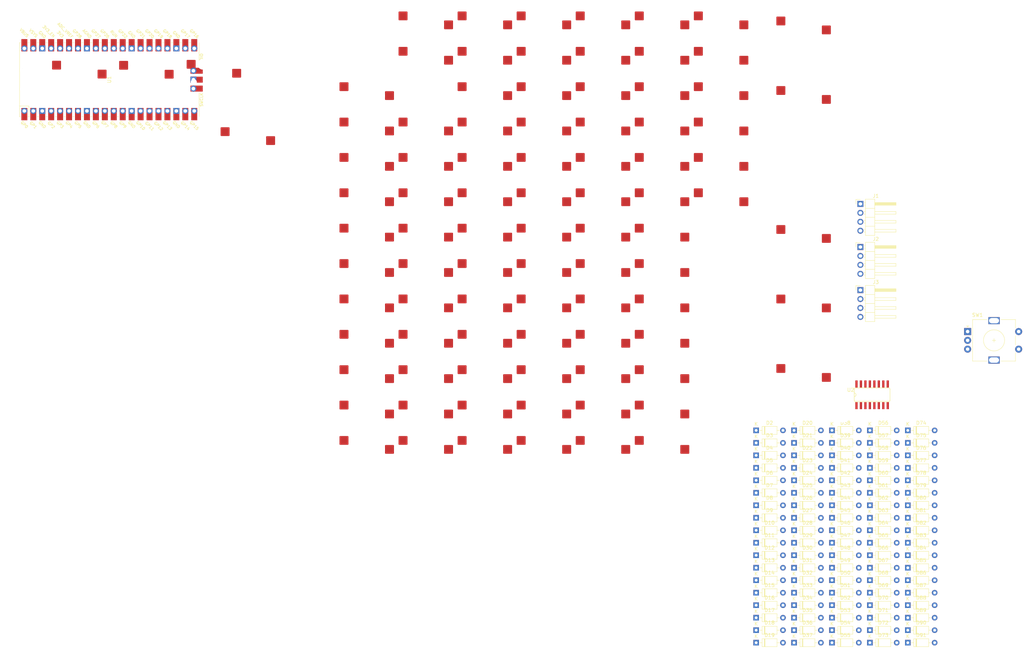
<source format=kicad_pcb>
(kicad_pcb (version 20241129) (generator "pcbnew") (generator_version "8.99")
  (layers (0 "F.Cu" signal) (2 "B.Cu" signal) (13 "F.Paste" user) (15 "B.Paste" user) (5 "F.SilkS" user "F.Silkscreen") (7 "B.SilkS" user "B.Silkscreen") (1 "F.Mask" user) (3 "B.Mask" user) (25 "Edge.Cuts" user))
  (net 0 "")
  (net 1 "Net-(D2-A)")
  (net 2 "Net-(D10-K)")
  (net 3 "Net-(D3-A)")
  (net 4 "Net-(D4-A)")
  (net 5 "Net-(D5-A)")
  (net 6 "Net-(D6-A)")
  (net 7 "Net-(D7-A)")
  (net 8 "Net-(D8-A)")
  (net 9 "Net-(D9-A)")
  (net 10 "Net-(D10-A)")
  (net 11 "Net-(D11-A)")
  (net 12 "Net-(D12-A)")
  (net 13 "Net-(D13-A)")
  (net 14 "Net-(D14-A)")
  (net 15 "Net-(D15-A)")
  (net 16 "Net-(D16-A)")
  (net 17 "Net-(D17-K)")
  (net 18 "Net-(D17-A)")
  (net 19 "Net-(D18-A)")
  (net 20 "Net-(D19-A)")
  (net 21 "Net-(D20-A)")
  (net 22 "Net-(D21-A)")
  (net 23 "Net-(D22-A)")
  (net 24 "Net-(D23-A)")
  (net 25 "Net-(D24-A)")
  (net 26 "Net-(D25-A)")
  (net 27 "Net-(D26-A)")
  (net 28 "Net-(D27-A)")
  (net 29 "Net-(D28-A)")
  (net 30 "Net-(D29-A)")
  (net 31 "Net-(D30-A)")
  (net 32 "Net-(D32-K)")
  (net 33 "Net-(D32-A)")
  (net 34 "Net-(D33-A)")
  (net 35 "Net-(D34-A)")
  (net 36 "Net-(D35-A)")
  (net 37 "Net-(D36-A)")
  (net 38 "Net-(D37-A)")
  (net 39 "Net-(D38-A)")
  (net 40 "Net-(D39-A)")
  (net 41 "Net-(D40-A)")
  (net 42 "Net-(D41-A)")
  (net 43 "Net-(D42-A)")
  (net 44 "Net-(D43-A)")
  (net 45 "Net-(D44-A)")
  (net 46 "Net-(D45-A)")
  (net 47 "Net-(D47-K)")
  (net 48 "Net-(D47-A)")
  (net 49 "Net-(D48-A)")
  (net 50 "Net-(D49-A)")
  (net 51 "Net-(D50-A)")
  (net 52 "Net-(D51-A)")
  (net 53 "Net-(D52-A)")
  (net 54 "Net-(D53-A)")
  (net 55 "Net-(D54-A)")
  (net 56 "Net-(D55-A)")
  (net 57 "Net-(D56-A)")
  (net 58 "Net-(D57-A)")
  (net 59 "Net-(D58-A)")
  (net 60 "Net-(D59-A)")
  (net 61 "Net-(D60-A)")
  (net 62 "Net-(D62-A)")
  (net 63 "Net-(D62-K)")
  (net 64 "Net-(D63-A)")
  (net 65 "Net-(D64-A)")
  (net 66 "Net-(D65-A)")
  (net 67 "Net-(D66-A)")
  (net 68 "Net-(D67-A)")
  (net 69 "Net-(D68-A)")
  (net 70 "Net-(D69-A)")
  (net 71 "Net-(D70-A)")
  (net 72 "Net-(D71-A)")
  (net 73 "Net-(D72-A)")
  (net 74 "Net-(D73-A)")
  (net 75 "Net-(D74-A)")
  (net 76 "Net-(D75-A)")
  (net 77 "Net-(D77-K)")
  (net 78 "Net-(D77-A)")
  (net 79 "Net-(D78-A)")
  (net 80 "Net-(D79-A)")
  (net 81 "Net-(D80-A)")
  (net 82 "Net-(D81-A)")
  (net 83 "Net-(D82-A)")
  (net 84 "Net-(D83-A)")
  (net 85 "Net-(D84-A)")
  (net 86 "Net-(D85-A)")
  (net 87 "Net-(D86-A)")
  (net 88 "Net-(D87-A)")
  (net 89 "Net-(D88-A)")
  (net 90 "Net-(D89-A)")
  (net 91 "Net-(D90-A)")
  (net 92 "Net-(ENCODER1-Pad1)")
  (net 93 "VCC")
  (net 94 "SCL")
  (net 95 "SDA")
  (net 96 "GND")
  (net 104 "Net-(N/A1-Pad1)")
  (net 105 "Net-(N/A2-Pad1)")
  (net 106 "Net-(N/A3-Pad1)")
  (net 107 "Net-(N/A10-Pad1)")
  (net 108 "EC11SWA")
  (net 111 "EC11SWB")
  (net 113 "Net-(SW17-Pad2)")
  (net 114 "Net-(SW18-Pad2)")
  (net 115 "Net-(SW19-Pad2)")
  (net 116 "Net-(SW20-Pad2)")
  (net 117 "Net-(SW21-Pad2)")
  (net 118 "Net-(SW22-Pad2)")
  (net 119 "Net-(SW23-Pad2)")
  (net 120 "Net-(SW24-Pad1)")
  (net 121 "Net-(SW10-Pad1)")
  (net 122 "Net-(SW11-Pad1)")
  (footprint "Diode_THT:D_DO-35_SOD27_P7.62mm_Horizontal" (layer "F.Cu") (at 325.2565 162.2923)
    (property "Reference" "D82")
    (property "Value" "1N4148")
  )
  (footprint "MX_Hotswap:MX-Hotswap-1U" (layer "F.Cu") (at 221.266 51.313)
    (property "Reference" "SW41")
    (property "Value" "SW_Push")
  )
  (footprint "MX_Hotswap:MX-Hotswap-1U" (layer "F.Cu") (at 221.266 101.6)
    (property "Reference" "SW47")
    (property "Value" "SW_Push")
  )
  (footprint "MX_Hotswap:MX-Hotswap-1U" (layer "F.Cu") (at 204.489 131.7722)
    (property "Reference" "SW36")
    (property "Value" "SW_Push")
  )
  (footprint "Diode_THT:D_DO-35_SOD27_P7.62mm_Horizontal" (layer "F.Cu") (at 282.1765 172.9423)
    (property "Reference" "D13")
    (property "Value" "1N4148")
  )
  (footprint "Diode_THT:D_DO-35_SOD27_P7.62mm_Horizontal" (layer "F.Cu") (at 303.7165 148.0923)
    (property "Reference" "D42")
    (property "Value" "1N4148")
  )
  (footprint "Diode_THT:D_DO-35_SOD27_P7.62mm_Horizontal" (layer "F.Cu") (at 314.4865 183.5923)
    (property "Reference" "D70")
    (property "Value" "1N4148")
  )
  (footprint "MX_Hotswap:MX-Hotswap-1U" (layer "F.Cu") (at 271.597 71.4278)
    (property "Reference" "SW86")
    (property "Value" "SW_Push")
  )
  (footprint "Diode_THT:D_DO-35_SOD27_P7.62mm_Horizontal" (layer "F.Cu") (at 314.4865 144.5423)
    (property "Reference" "D59")
    (property "Value" "1N4148")
  )
  (footprint "MX_Hotswap:MX-Hotswap-1U" (layer "F.Cu") (at 187.712 141.8296)
    (property "Reference" "SW22")
    (property "Value" "SW_Push")
  )
  (footprint "Rotary_Encoder:RotaryEncoder_Alps_EC11E-Switch_Vertical_H20mm" (layer "F.Cu") (at 342.25 105.8)
    (property "Reference" "SW1")
    (property "Value" "RotaryEncoder_Switch")
  )
  (footprint "Diode_THT:D_DO-35_SOD27_P7.62mm_Horizontal" (layer "F.Cu") (at 314.4865 180.0423)
    (property "Reference" "D69")
    (property "Value" "1N4148")
  )
  (footprint "MX_Hotswap:MX-Hotswap-1U" (layer "F.Cu") (at 221.266 131.7722)
    (property "Reference" "SW50")
    (property "Value" "SW_Push")
  )
  (footprint "Diode_THT:D_DO-35_SOD27_P7.62mm_Horizontal" (layer "F.Cu") (at 325.2565 144.5423)
    (property "Reference" "D77")
    (property "Value" "1N4148")
  )
  (footprint "Diode_THT:D_DO-35_SOD27_P7.62mm_Horizontal" (layer "F.Cu") (at 325.2565 148.0923)
    (property "Reference" "D78")
    (property "Value" "1N4148")
  )
  (footprint "Diode_THT:D_DO-35_SOD27_P7.62mm_Horizontal" (layer "F.Cu") (at 314.4865 155.1923)
    (property "Reference" "D62")
    (property "Value" "1N4148")
  )
  (footprint "Connector_PinHeader_2.54mm:PinHeader_1x04_P2.54mm_Horizontal" (layer "F.Cu") (at 311.7865 81.7623)
    (property "Reference" "J2")
    (property "Value" "POGO_PIN")
  )
  (footprint "MX_Hotswap:MX-Hotswap-1U" (layer "F.Cu") (at 204.489 51.313)
    (property "Reference" "SW26")
    (property "Value" "SW_Push")
  )
  (footprint "Diode_THT:D_DO-35_SOD27_P7.62mm_Horizontal" (layer "F.Cu") (at 314.4865 158.7423)
    (property "Reference" "D63")
    (property "Value" "1N4148")
  )
  (footprint "Connector_PinHeader_2.54mm:PinHeader_1x04_P2.54mm_Horizontal" (layer "F.Cu") (at 311.7865 94.0123)
    (property "Reference" "J3")
    (property "Value" "USB_BREAKOUT_PICO")
  )
  (footprint "Diode_THT:D_DO-35_SOD27_P7.62mm_Horizontal" (layer "F.Cu") (at 292.9465 176.4923)
    (property "Reference" "D32")
    (property "Value" "1N4148")
  )
  (footprint "MX_Hotswap:MX-Hotswap-1U" (layer "F.Cu") (at 238.043 91.5426)
    (property "Reference" "SW59")
    (property "Value" "SW_Push")
  )
  (footprint "MX_Hotswap:MX-Hotswap-1U" (layer "F.Cu") (at 89.29 35.14)
    (property "Reference" "N/A1")
    (property "Value" "SW_Push")
  )
  (footprint "Diode_THT:D_DO-35_SOD27_P7.62mm_Horizontal" (layer "F.Cu") (at 282.1765 137.4423)
    (property "Reference" "D3")
    (property "Value" "1N4148")
  )
  (footprint "Diode_THT:D_DO-35_SOD27_P7.62mm_Horizontal" (layer "F.Cu") (at 325.2565 155.1923)
    (property "Reference" "D80")
    (property "Value" "1N4148")
  )
  (footprint "MX_Hotswap:MX-Hotswap-1U" (layer "F.Cu") (at 221.266 111.6574)
    (property "Reference" "SW48")
    (property "Value" "SW_Push")
  )
  (footprint "MX_Hotswap:MX-Hotswap-1U" (layer "F.Cu") (at 238.043 131.7722)
    (property "Reference" "SW64")
    (property "Value" "SW_Push")
  )
  (footprint "Diode_THT:D_DO-35_SOD27_P7.62mm_Horizontal" (layer "F.Cu") (at 292.9465 137.4423)
    (property "Reference" "D21")
    (property "Value" "1N4148")
  )
  (footprint "MX_Hotswap:MX-Hotswap-1U" (layer "F.Cu") (at 254.82 71.4278)
    (property "Reference" "SW71")
    (property "Value" "SW_Push")
  )
  (footprint "Diode_THT:D_DO-35_SOD27_P7.62mm_Horizontal" (layer "F.Cu") (at 314.4865 137.4423)
    (property "Reference" "D57")
    (property "Value" "1N4148")
  )
  (footprint "Diode_THT:D_DO-35_SOD27_P7.62mm_Horizontal" (layer "F.Cu") (at 292.9465 144.5423)
    (property "Reference" "D23")
    (property "Value" "1N4148")
  )
  (footprint "MX_Hotswap:MX-Hotswap-1U" (layer "F.Cu") (at 254.82 91.5426)
    (property "Reference" "SW73")
    (property "Value" "SW_Push")
  )
  (footprint "Diode_THT:D_DO-35_SOD27_P7.62mm_Horizontal" (layer "F.Cu") (at 303.7165 190.6923)
    (property "Reference" "D54")
    (property "Value" "1N4148")
  )
  (footprint "MX_Hotswap:MX-Hotswap-1U" (layer "F.Cu") (at 221.266 21.1408)
    (property "Reference" "SW38")
    (property "Value" "SW_Push")
  )
  (footprint "Diode_THT:D_DO-35_SOD27_P7.62mm_Horizontal" (layer "F.Cu") (at 282.1765 151.6423)
    (property "Reference" "D7")
    (property "Value" "1N4148")
  )
  (footprint "MX_Hotswap:MX-Hotswap-1U" (layer "F.Cu") (at 221.266 41.2556)
    (property "Reference" "SW40")
    (property "Value" "SW_Push")
  )
  (footprint "MX_Hotswap:MX-Hotswap-1U" (layer "F.Cu") (at 204.489 81.4852)
    (property "Reference" "SW29")
    (property "Value" "SW_Push")
  )
  (footprint "Diode_THT:D_DO-35_SOD27_P7.62mm_Horizontal" (layer "F.Cu") (at 282.1765 133.8923)
    (property "Reference" "D2")
    (property "Value" "1N4148")
  )
  (footprint "Diode_THT:D_DO-35_SOD27_P7.62mm_Horizontal" (layer "F.Cu") (at 292.9465 140.9923)
    (property "Reference" "D22")
    (property "Value" "1N4148")
  )
  (footprint "MX_Hotswap:MX-Hotswap-1U" (layer "F.Cu") (at 170.935 131.7722)
    (property "Reference" "SW6")
    (property "Value" "SW_Push")
  )
  (footprint "Diode_THT:D_DO-35_SOD27_P7.62mm_Horizontal" (layer "F.Cu") (at 325.2565 183.5923)
    (property "Reference" "D88")
    (property "Value" "1N4148")
  )
  (footprint "Diode_THT:D_DO-35_SOD27_P7.62mm_Horizontal" (layer "F.Cu") (at 325.2565 190.6923)
    (property "Reference" "D90")
    (property "Value" "1N4148")
  )
  (footprint "Diode_THT:D_DO-35_SOD27_P7.62mm_Horizontal" (layer "F.Cu") (at 292.9465 133.8923)
    (property "Reference" "D20")
    (property "Value" "1N4148")
  )
  (footprint "Diode_THT:D_DO-35_SOD27_P7.62mm_Horizontal" (layer "F.Cu") (at 314.4865 162.2923)
    (property "Reference" "D64")
    (property "Value" "1N4148")
  )
  (footprint "MX_Hotswap:MX-Hotswap-1U" (layer "F.Cu") (at 238.043 71.4278)
    (property "Reference" "SW57")
    (property "Value" "SW_Push")
  )
  (footprint "Diode_THT:D_DO-35_SOD27_P7.62mm_Horizontal" (layer "F.Cu") (at 325.2565 169.3923)
    (property "Reference" "D84")
    (property "Value" "1N4148")
  )
  (footprint "Diode_THT:D_DO-35_SOD27_P7.62mm_Horizontal" (layer "F.Cu") (at 282.1765 169.3923)
    (property "Reference" "D12")
    (property "Value" "1N4148")
  )
  (footprint "Diode_THT:D_DO-35_SOD27_P7.62mm_Horizontal" (layer "F.Cu") (at 292.9465 194.2423)
    (property "Reference" "D37")
    (property "Value" "1N4148")
  )
  (footprint "Diode_THT:D_DO-35_SOD27_P7.62mm_Horizontal" (layer "F.Cu") (at 282.1765 140.9923)
    (property "Reference" "D4")
    (property "Value" "1N4148")
  )
  (footprint "Diode_THT:D_DO-35_SOD27_P7.62mm_Horizontal" (layer "F.Cu") (at 325.2565 137.4423)
    (property "Reference" "D75")
    (property "Value" "1N4148")
  )
  (footprint "Diode_THT:D_DO-35_SOD27_P7.62mm_Horizontal" (layer "F.Cu") (at 314.4865 176.4923)
    (property "Reference" "D68")
    (property "Value" "1N4148")
  )
  (footprint "MX_Hotswap:MX-Hotswap-1U" (layer "F.Cu") (at 238.043 81.4852)
    (property "Reference" "SW58")
    (property "Value" "SW_Push")
  )
  (footprint "Diode_THT:D_DO-35_SOD27_P7.62mm_Horizontal" (layer "F.Cu") (at 303.7165 151.6423)
    (property "Reference" "D43")
    (property "Value" "1N4148")
  )
  (footprint "Diode_THT:D_DO-35_SOD27_P7.62mm_Horizontal" (layer "F.Cu") (at 282.1765 155.1923)
    (property "Reference" "D8")
    (property "Value" "1N4148")
  )
  (footprint "Diode_THT:D_DO-35_SOD27_P7.62mm_Horizontal" (layer "F.Cu") (at 325.2565 165.8423)
    (property "Reference" "D83")
    (property "Value" "1N4148")
  )
  (footprint "MX_Hotswap:MX-Hotswap-1U" (layer "F.Cu") (at 254.82 101.6)
    (property "Reference" "SW74")
    (property "Value" "SW_Push")
  )
  (footprint "MX_Hotswap:MX-Hotswap-1U" (layer "F.Cu") (at 187.712 131.7722)
    (property "Reference" "SW21")
    (property "Value" "SW_Push")
  )
  (footprint "MX_Hotswap:MX-Hotswap-1U" (layer "F.Cu") (at 221.266 71.4278)
    (property "Reference" "SW43")
    (property "Value" "SW_Push")
  )
  (footprint "Diode_THT:D_DO-35_SOD27_P7.62mm_Horizontal" (layer "F.Cu") (at 282.1765 148.0923)
    (property "Reference" "D6")
    (property "Value" "1N4148")
  )
  (footprint "MX_Hotswap:MX-Hotswap-1U" (layer "F.Cu") (at 204.489 21.1408)
    (property "Reference" "SW23")
    (property "Value" "SW_Push")
  )
  (footprint "Diode_THT:D_DO-35_SOD27_P7.62mm_Horizontal" (layer "F.Cu") (at 303.7165 176.4923)
    (property "Reference" "D50")
    (property "Value" "1N4148")
  )
  (footprint "MX_Hotswap:MX-Hotswap-1U" (layer "F.Cu") (at 170.935 81.4852)
    (property "Reference" "N/A6")
    (property "Value" "SW_Push")
  )
  (footprint "Diode_THT:D_DO-35_SOD27_P7.62mm_Horizontal" (layer "F.Cu") (at 282.1765 162.2923)
    (property "Reference" "D10")
    (property "Value" "1N4148")
  )
  (footprint "MX_Hotswap:MX-Hotswap-1U" (layer "F.Cu") (at 170.935 61.3704)
    (property "Reference" "N/A4")
    (property "Value" "SW_Push")
  )
  (footprint "Diode_THT:D_DO-35_SOD27_P7.62mm_Horizontal" (layer "F.Cu") (at 314.4865 187.1423)
    (property "Reference" "D71")
    (property "Value" "1N4148")
  )
  (footprint "MX_Hotswap:MX-Hotswap-1U" (layer "F.Cu") (at 204.489 101.6)
    (property "Reference" "SW33")
    (property "Value" "SW_Push")
  )
  (footprint "MX_Hotswap:MX-Hotswap-1U" (layer "F.Cu") (at 238.043 121.7148)
    (property "Reference" "SW63")
    (property "Value" "SW_Push")
  )
  (footprint "SL2A:SO16" (layer "F.Cu") (at 315.1177 123.7767)
    (property "Reference" "U2")
    (property "Value" "SL2.1A")
  )
  (footprint "Diode_THT:D_DO-35_SOD27_P7.62mm_Horizontal" (layer "F.Cu") (at 314.4865 194.2423)
    (property "Reference" "D73")
    (property "Value" "1N4148")
  )
  (footprint "MX_Hotswap:MX-Hotswap-1U" (layer "F.Cu") (at 271.597 31.1982)
    (property "Reference" "SW82")
    (property "Value" "SW_Push")
  )
  (footprint "Diode_THT:D_DO-35_SOD27_P7.62mm_Horizontal" (layer "F.Cu") (at 282.1765 176.4923)
    (property "Reference" "D14")
    (property "Value" "1N4148")
  )
  (footprint "MX_Hotswap:MX-Hotswap-1U" (layer "F.Cu") (at 170.935 111.6574)
    (property "Reference" "SW4")
    (property "Value" "SW_Push")
  )
  (footprint "Diode_THT:D_DO-35_SOD27_P7.62mm_Horizontal" (layer "F.Cu") (at 303.7165 162.2923)
    (property "Reference" "D46")
    (property "Value" "1N4148")
  )
  (footprint "Diode_THT:D_DO-35_SOD27_P7.62mm_Horizontal" (layer "F.Cu") (at 325.2565 187.1423)
    (property "Reference" "D89")
    (property "Value" "1N4148")
  )
  (footprint "MX_Hotswap:MX-Hotswap-1U" (layer "F.Cu") (at 204.489 61.3704)
    (property "Reference" "SW27")
    (property "Value" "SW_Push")
  )
  (footprint "MX_Hotswap:MX-Hotswap-1U" (layer "F.Cu") (at 204.489 31.1982)
    (property "Reference" "SW24")
    (property "Value" "SW_Push")
  )
  (footprint "MX_Hotswap:MX-Hotswap-1U" (layer "F.Cu") (at 204.489 141.8296)
    (property "Reference" "SW37")
    (property "Value" "SW_Push")
  )
  (footprint "Diode_THT:D_DO-35_SOD27_P7.62mm_Horizontal" (layer "F.Cu") (at 325.2565 140.9923)
    (property "Reference" "D76")
    (property "Value" "1N4148")
  )
  (footprint "Diode_THT:D_DO-35_SOD27_P7.62mm_Horizontal" (layer "F.Cu") (at 282.1765 180.0423)
    (property "Reference" "D15")
    (property "Value" "1N4148")
  )
  (footprint "Connector_PinHeader_2.54mm:PinHeader_1x04_P2.54mm_Horizontal" (layer "F.Cu") (at 311.7865 69.5123)
    (property "Reference" "J1")
    (property "Value" "SSD1306")
  )
  (footprint "MX_Hotswap:MX-Hotswap-2U" (layer "F.Cu") (at 137.162 54.045)
    (property "Reference" "N/A9")
    (property "Value" "SW_Push")
  )
  (footprint "MX_Hotswap:MX-Hotswap-1U" (layer "F.Cu") (at 221.266 81.4852)
    (property "Reference" "SW44")
    (property "Value" "SW_Push")
  )
  (footprint "Diode_THT:D_DO-35_SOD27_P7.62mm_Horizontal" (layer "F.Cu") (at 303.7165 155.1923)
    (property "Reference" "D44")
    (property "Value" "1N4148")
  )
  (footprint "Diode_THT:D_DO-35_SOD27_P7.62mm_Horizontal" (layer "F.Cu") (at 314.4865 165.8423)
    (property "Reference" "D65")
    (property "Value" "1N4148")
  )
  (footprint "Diode_THT:D_DO-35_SOD27_P7.62mm_Horizontal" (layer "F.Cu") (at 292.9465 155.1923)
    (property "Reference" "D26")
    (property "Value" "1N4148")
  )
  (footprint "MX_Hotswap:MX-Hotswap-1U" (layer "F.Cu") (at 254.82 121.7148)
    (property "Reference" "SW78")
    (property "Value" "SW_Push")
  )
  (footprint "Diode_THT:D_DO-35_SOD27_P7.62mm_Horizontal" (layer "F.Cu") (at 282.1765 194.2423)
    (property "Reference" "D19")
    (property "Value" "1N4148")
  )
  (footprint "Diode_THT:D_DO-35_SOD27_P7.62mm_Horizontal" (layer "F.Cu") (at 292.9465 180.0423)
    (property "Reference" "D33")
    (property "Value" "1N4148")
  )
  (footprint "MX_Hotswap:MX-Hotswap-1U" (layer "F.Cu") (at 204.489 121.7148)
    (property "Reference" "SW35")
    (property "Value" "SW_Push")
  )
  (footprint "MX_Hotswap:MX-Hotswap-1U" (layer "F.Cu") (at 108.34 35.18)
    (property "Reference" "ENCODER1")
    (property "Value" "SW_Push")
  )
  (footprint "Diode_THT:D_DO-35_SOD27_P7.62mm_Horizontal" (layer "F.Cu") (at 292.9465 165.8423)
    (property "Reference" "D29")
    (property "Value" "1N4148")
  )
  (footprint "MX_Hotswap:MX-Hotswap-1U" (layer "F.Cu") (at 204.489 41.2556)
    (property "Reference" "SW25")
    (property "Value" "SW_Push")
  )
  (footprint "MX_Hotswap:MX-Hotswap-1U" (layer "F.Cu") (at 170.935 101.6)
    (property "Reference" "SW3")
    (property "Value" "SW_Push")
  )
  (footprint "Diode_THT:D_DO-35_SOD27_P7.62mm_Horizontal" (layer "F.Cu") (at 303.7165 187.1423)
    (property "Reference" "D53")
    (property "Value" "1N4148")
  )
  (footprint "MX_Hotswap:MX-Hotswap-1U" (layer "F.Cu") (at 238.043 61.3704)
    (property "Reference" "SW56")
    (property "Value" "SW_Push")
  )
  (footprint "MX_Hotswap:MX-Hotswap-1U" (layer "F.Cu") (at 254.82 21.1408)
    (property "Reference" "SW66")
    (property "Value" "SW_Push")
  )
  (footprint "Diode_THT:D_DO-35_SOD27_P7.62mm_Horizontal" (layer "F.Cu") (at 292.9465 162.2923)
    (property "Reference" "D28")
    (property "Value" "1N4148")
  )
  (footprint "MX_Hotswap:MX-Hotswap-1U" (layer "F.Cu") (at 238.043 111.6574)
    (property "Reference" "SW62")
    (property "Value" "SW_Push")
  )
  (footprint "MX_Hotswap:MX-Hotswap-1U" (layer "F.Cu") (at 170.935 41.2556)
    (property "Reference" "N/A2")
    (property "Value" "SW_Push")
  )
  (footprint "Diode_THT:D_DO-35_SOD27_P7.62mm_Horizontal" (layer "F.Cu") (at 292.9465 183.5923)
    (property "Reference" "D34")
    (property "Value" "1N4148")
  )
  (footprint "Diode_THT:D_DO-35_SOD27_P7.62mm_Horizontal" (layer "F.Cu") (at 325.2565 172.9423)
    (property "Reference" "D85")
    (property "Value" "1N4148")
  )
  (footprint "MX_Hotswap:MX-Hotswap-1U" (layer "F.Cu") (at 221.266 31.1982)
    (property "Reference" "SW39")
    (property "Value" "SW_Push")
  )
  (footprint "MX_Hotswap:MX-Hotswap-1U" (layer "F.Cu") (at 187.712 61.3704)
    (property "Reference" "SW12")
    (property "Value" "SW_Push")
  )
  (footprint "Diode_THT:D_DO-35_SOD27_P7.62mm_Horizontal" (layer "F.Cu") (at 282.1765 165.8423)
    (property "Reference" "D11")
    (property "Value" "1N4148")
  )
  (footprint "MX_Hotswap:MX-Hotswap-1U" (layer "F.Cu") (at 187.712 91.5426)
    (property "Reference" "SW17")
    (property "Value" "SW_Push")
  )
  (footprint "Diode_THT:D_DO-35_SOD27_P7.62mm_Horizontal" (layer "F.Cu") (at 325.2565 180.0423)
    (property "Reference" "D87")
    (property "Value" "1N4148")
  )
  (footprint "MX_Hotswap:MX-Hotswap-1U" (layer "F.Cu") (at 238.043 21.1408)
    (property "Reference" "SW52")
    (property "Value" "SW_Push")
  )
  (footprint "MX_Hotswap:MX-Hotswap-1U" (layer "F.Cu") (at 254.82 141.8296)
    (property "Reference" "SW80")
    (property "Value" "SW_Push")
  )
  (footprint "Diode_THT:D_DO-35_SOD27_P7.62mm_Horizontal" (layer "F.Cu") (at 314.4865 169.3923)
    (property "Reference" "D66")
    (property "Value" "1N4148")
  )
  (footprint "Diode_THT:D_DO-35_SOD27_P7.62mm_Horizontal" (layer "F.Cu") (at 303.7165 194.2423)
    (property "Reference" "D55")
    (property "Value" "1N4148")
  )
  (footprint "MX_Hotswap:MX-Hotswap-1U" (layer "F.Cu") (at 187.712 101.6)
    (property "Reference" "SW18")
    (property "Value" "SW_Push")
  )
  (footprint "MX_Hotswap:MX-Hotswap-1U" (layer "F.Cu") (at 254.82 51.313)
    (property "Reference" "SW69")
    (property "Value" "SW_Push")
  )
  (footprint "Diode_THT:D_DO-35_SOD27_P7.62mm_Horizontal" (layer "F.Cu") (at 325.2565 158.7423)
    (property "Reference" "D81")
    (property "Value" "1N4148")
  )
  (footprint "MX_Hotswap:MX-Hotswap-1U" (layer "F.Cu") (at 187.712 31.1982)
    (property "Reference" "SW9")
    (property "Value" "SW_Push")
  )
  (footprint "Diode_THT:D_DO-35_SOD27_P7.62mm_Horizontal" (layer "F.Cu") (at 314.4865 190.6923)
    (property "Reference" "D72")
    (property "Value" "1N4148")
  )
  (footprint "MX_Hotswap:MX-Hotswap-1U" (layer "F.Cu") (at 187.712 81.4852)
    (property "Reference" "SW14")
    (property "Value" "SW_Push")
  )
  (footprint "MX_Hotswap:MX-Hotswap-2U" (layer "F.Cu") (at 295.0334 121.3758)
    (property "Reference" "SW61")
    (property "Value" "SW_Push")
  )
  (footprint "MX_Hotswap:MX-Hotswap-1U" (layer "F.Cu") (at 170.935 141.8296)
    (property "Reference" "SW7")
    (property "Value" "SW_Push")
  )
  (footprint "Diode_THT:D_DO-35_SOD27_P7.62mm_Horizontal" (layer "F.Cu") (at 325.2565 194.2423)
    (property "Reference" "D91")
    (property "Value" "1N4148")
  )
  (footprint "MX_Hotswap:MX-Hotswap-2U" (layer "F.Cu") (at 295.0334 42.3442)
    (property "Reference" "N/A8")
    (property "Value" "SW_Push")
  )
  (footprint "MX_Hotswap:MX-Hotswap-1U" (layer "F.Cu") (at 204.489 71.4278)
    (property "Reference" "SW28")
    (property "Value" "SW_Push")
  )
  (footprint "Diode_THT:D_DO-35_SOD27_P7.62mm_Horizontal" (layer "F.Cu") (at 292.9465 187.1423)
    (property "Reference" "D35")
    (property "Value" "1N4148")
  )
  (footprint "MX_Hotswap:MX-Hotswap-1U" (layer "F.Cu") (at 170.935 71.4278)
    (property "Reference" "N/A5")
    (property "Value" "SW_Push")
  )
  (footprint "Pico:RPi_Pico_SMD_TH" (layer "F.Cu") (at 98.43 34.19 90)
    (property "Reference" "U1")
    (property "Value" "Pico")
  )
  (footprint "MX_Hotswap:MX-Hotswap-2U" (layer "F.Cu") (at 295.0334 101.6179)
    (property "Reference" "SW46")
    (property "Value" "SW_Push")
  )
  (footprint "Diode_THT:D_DO-35_SOD27_P7.62mm_Horizontal" (layer "F.Cu") (at 303.7165 165.8423)
    (property "Reference" "D47")
    (property "Value" "1N4148")
  )
  (footprint "MX_Hotswap:MX-Hotswap-1U" (layer "F.Cu") (at 170.935 91.5426)
    (property "Reference" "SW2")
    (property "Value" "SW_Push")
  )
  (footprint "Diode_THT:D_DO-35_SOD27_P7.62mm_Horizontal" (layer "F.Cu") (at 292.9465 190.6923)
    (property "Reference" "D36")
    (property "Value" "1N4148")
  )
  (footprint "MX_Hotswap:MX-Hotswap-2U" (layer "F.Cu") (at 295.0334 81.86)
    (property "Reference" "N/A10")
    (property "Value" "SW_Push")
  )
  (footprint "Diode_THT:D_DO-35_SOD27_P7.62mm_Horizontal" (layer "F.Cu") (at 303.7165 158.7423)
    (property "Reference" "D45")
    (property "Value" "1N4148")
  )
  (footprint "MX_Hotswap:MX-Hotswap-1U" (layer "F.Cu") (at 271.597 51.313)
    (property "Reference" "SW84")
    (property "Value" "SW_Push")
  )
  (footprint "MX_Hotswap:MX-Hotswap-1U" (layer "F.Cu") (at 254.82 31.1982)
    (property "Reference" "SW67")
    (property "Value" "SW_Push")
  )
  (footprint "MX_Hotswap:MX-Hotswap-1U" (layer "F.Cu") (at 254.82 81.4852)
    (property "Reference" "SW72")
    (property "Value" "SW_Push")
  )
  (footprint "MX_Hotswap:MX-Hotswap-1U" (layer "F.Cu") (at 238.043 51.313)
    (property "Reference" "SW55")
    (property "Value" "SW_Push")
  )
  (footprint "MX_Hotswap:MX-Hotswap-1U" (layer "F.Cu") (at 271.597 41.2556)
    (property "Reference" "SW83")
    (property "Value" "SW_Push")
  )
  (footprint "Diode_THT:D_DO-35_SOD27_P7.62mm_Horizontal" (layer "F.Cu") (at 325.2565 176.4923)
    (property "Reference" "D86")
    (property "Value" "1N4148")
  )
  (footprint "MX_Hotswap:MX-Hotswap-1U" (layer "F.Cu") (at 127.52 34.9)
    (property "Reference" "SW10")
    (property "Value" "SW_Push")
  )
  (footprint "Diode_THT:D_DO-35_SOD27_P7.62mm_Horizontal" (layer "F.Cu") (at 282.1765 183.5923)
    (property "Reference" "D16")
    (property "Value" "1N4148")
  )
  (footprint "Diode_THT:D_DO-35_SOD27_P7.62mm_Horizontal" (layer "F.Cu") (at 314.4865 140.9923)
    (property "Reference" "D58")
    (property "Value" "1N4148")
  )
  (footprint "MX_Hotswap:MX-Hotswap-1U" (layer "F.Cu") (at 238.043 101.6)
    (property "Reference" "SW60")
    (property "Value" "SW_Push")
  )
  (footprint "MX_Hotswap:MX-Hotswap-2U" (layer "F.Cu") (at 295.0334 22.5863)
    (property "Reference" "N/A7")
    (property "Value" "SW_Push")
  )
  (footprint "Diode_THT:D_DO-35_SOD27_P7.62mm_Horizontal" (layer "F.Cu") (at 303.7165 172.9423)
    (property "Reference" "D49")
    (property "Value" "1N4148")
  )
  (footprint "MX_Hotswap:MX-Hotswap-1U" (layer "F.Cu") (at 254.82 131.7722)
    (property "Reference" "SW79")
    (property "Value" "SW_Push")
  )
  (footprint "Diode_THT:D_DO-35_SOD27_P7.62mm_Horizontal" (layer "F.Cu") (at 282.1765 190.6923)
    (property "Reference" "D18")
    (property "Value" "1N4148")
  )
  (footprint "MX_Hotswap:MX-Hotswap-1U" (layer "F.Cu") (at 204.489 111.6574)
    (property "Reference" "SW34")
    (property "Value" "SW_Push")
  )
  (footprint "Diode_THT:D_DO-35_SOD27_P7.62mm_Horizontal" (layer "F.Cu") (at 292.9465 148.0923)
    (property "Reference" "D24")
    (property "Value" "1N4148")
  )
  (footprint "Diode_THT:D_DO-35_SOD27_P7.62mm_Horizontal" (layer "F.Cu") (at 303.7165 133.8923)
    (property "Reference" "D38")
    (property "Value" "1N4148")
  )
  (footprint "MX_Hotswap:MX-Hotswap-1U" (layer "F.Cu") (at 187.712 51.313)
    (property "Reference" "SW11")
    (property "Value" "SW_Push")
  )
  (footprint "Diode_THT:D_DO-35_SOD27_P7.62mm_Horizontal" (layer "F.Cu") (at 303.7165 180.0423)
    (property "Reference" "D51")
    (property "Value" "1N4148")
  )
  (footprint "Diode_THT:D_DO-35_SOD27_P7.62mm_Horizontal" (layer "F.Cu") (at 282.1765 144.5423)
    (property "Reference" "D5")
    (property "Value" "1N4148")
  )
  (footprint "MX_Hotswap:MX-Hotswap-1U" (layer "F.Cu") (at 271.597 21.1408)
    (property "Reference" "SW81")
    (property "Value" "SW_Push")
  )
  (footprint "Diode_THT:D_DO-35_SOD27_P7.62mm_Horizontal" (layer "F.Cu") (at 303.7165 140.9923)
    (property "Reference" "D40")
    (property "Value" "1N4148")
  )
  (footprint "Diode_THT:D_DO-35_SOD27_P7.62mm_Horizontal" (layer "F.Cu") (at 292.9465 151.6423)
    (property "Reference" "D25")
    (property "Value" "1N4148")
  )
  (footprint "MX_Hotswap:MX-Hotswap-1U" (layer "F.Cu") (at 187.712 121.7148)
    (property "Reference" "SW20")
    (property "Value" "SW_Push")
  )
  (footprint "MX_Hotswap:MX-Hotswap-1U" (layer "F.Cu") (at 187.712 21.1408)
    (property "Reference" "SW8")
    (property "Value" "SW_Push")
  )
  (footprint "Diode_THT:D_DO-35_SOD27_P7.62mm_Horizontal" (layer "F.Cu") (at 314.4865 148.0923)
    (property "Reference" "D60")
    (property "Value" "1N4148")
  )
  (footprint "MX_Hotswap:MX-Hotswap-1U" (layer "F.Cu") (at 221.266 61.3704)
    (property "Reference" "SW42")
    (property "Value" "SW_Push")
  )
  (footprint "MX_Hotswap:MX-Hotswap-1U" (layer "F.Cu") (at 271.597 61.3704)
    (property "Reference" "SW85")
    (property "Value" "SW_Push")
  )
  (footprint "MX_Hotswap:MX-Hotswap-1U" (layer "F.Cu") (at 170.935 51.313)
    (property "Reference" "N/A3")
    (property "Value" "SW_Push")
  )
  (footprint "MX_Hotswap:MX-Hotswap-1U" (layer "F.Cu") (at 254.82 61.3704)
    (property "Reference" "SW70")
    (property "Value" "SW_Push")
  )
  (footprint "MX_Hotswap:MX-Hotswap-1U" (layer "F.Cu") (at 204.489 91.5426)
    (property "Reference" "SW32")
    (property "Value" "SW_Push")
  )
  (footprint "Diode_THT:D_DO-35_SOD27_P7.62mm_Horizontal" (layer "F.Cu") (at 303.7165 144.5423)
    (property "Reference" "D41")
    (property "Value" "1N4148")
  )
  (footprint "MX_Hotswap:MX-Hotswap-1U" (layer "F.Cu") (at 221.266 141.8296)
    (property "Reference" "SW51")
    (property "Value" "SW_Push")
  )
  (footprint "MX_Hotswap:MX-Hotswap-1U" (layer "F.Cu") (at 187.712 71.4278)
    (property "Reference" "SW13")
    (property "Value" "SW_Push")
  )
  (footprint "MX_Hotswap:MX-Hotswap-1U" (layer "F.Cu") (at 238.043 141.8296)
    (property "Reference" "SW65")
    (property "Value" "SW_Push")
  )
  (footprint "Diode_THT:D_DO-35_SOD27_P7.62mm_Horizontal" (layer "F.Cu") (at 325.2565 151.6423)
    (property "Reference" "D79")
    (property "Value" "1N4148")
  )
  (footprint "Diode_THT:D_DO-35_SOD27_P7.62mm_Horizontal" (layer "F.Cu") (at 292.9465 172.9423)
    (property "Reference" "D31")
    (property "Value" "1N4148")
  )
  (footprint "MX_Hotswap:MX-Hotswap-1U" (layer "F.Cu") (at 254.82 41.2556)
    (property "Reference" "SW68")
    (property "Value" "SW_Push")
  )
  (footprint "Diode_THT:D_DO-35_SOD27_P7.62mm_Horizontal" (layer "F.Cu") (at 325.2565 133.8923)
    (property "Reference" "D74")
    (property "Value" "1N4148")
  )
  (footprint "Diode_THT:D_DO-35_SOD27_P7.62mm_Horizontal" (layer "F.Cu") (at 303.7165 183.5923)
    (property "Reference" "D52")
    (property "Value" "1N4148")
  )
  (footprint "MX_Hotswap:MX-Hotswap-1U" (layer "F.Cu") (at 238.043 31.1982)
    (property "Reference" "SW53")
    (property "Value" "SW_Push")
  )
  (footprint "MX_Hotswap:MX-Hotswap-1U" (layer "F.Cu") (at 221.266 121.7148)
    (property "Reference" "SW49")
    (property "Value" "SW_Push")
  )
  (footprint "Diode_THT:D_DO-35_SOD27_P7.62mm_Horizontal" (layer "F.Cu") (at 314.4865 172.9423)
    (property "Reference" "D67")
    (property "Value" "1N4148")
  )
  (footprint "Diode_THT:D_DO-35_SOD27_P7.62mm_Horizontal" (layer "F.Cu") (at 303.7165 169.3923)
    (property "Reference" "D48")
    (property "Value" "1N4148")
  )
  (footprint "Diode_THT:D_DO-35_SOD27_P7.62mm_Horizontal" (layer "F.Cu") (at 292.9465 158.7423)
    (property "Reference" "D27")
    (property "Value" "1N4148")
  )
  (footprint "MX_Hotswap:MX-Hotswap-1U" (layer "F.Cu") (at 221.266 91.5426)
    (property "Reference" "SW45")
    (property "Value" "SW_Push")
  )
  (footprint "Diode_THT:D_DO-35_SOD27_P7.62mm_Horizontal" (layer "F.Cu") (at 282.1765 158.7423)
    (property "Reference" "D9")
    (property "Value" "1N4148")
  )
  (footprint "MX_Hotswap:MX-Hotswap-1U" (layer "F.Cu") (at 170.935 121.7148)
    (property "Reference" "SW5")
    (property "Value" "SW_Push")
  )
  (footprint "MX_Hotswap:MX-Hotswap-1U" (layer "F.Cu") (at 254.82 111.6574)
    (property "Reference" "SW77")
    (property "Value" "SW_Push")
  )
  (footprint "Diode_THT:D_DO-35_SOD27_P7.62mm_Horizontal" (layer "F.Cu") (at 303.7165 137.4423)
    (property "Reference" "D39")
    (property "Value" "1N4148")
  )
  (footprint "MX_Hotswap:MX-Hotswap-1U" (layer "F.Cu") (at 238.043 41.2556)
    (property "Reference" "SW54")
    (property "Value" "SW_Push")
  )
  (footprint "Diode_THT:D_DO-35_SOD27_P7.62mm_Horizontal" (layer "F.Cu") (at 282.1765 187.1423)
    (property "Reference" "D17")
    (property "Value" "1N4148")
  )
  (footprint "Diode_THT:D_DO-35_SOD27_P7.62mm_Horizontal" (layer "F.Cu") (at 314.4865 151.6423)
    (property "Reference" "D61")
    (property "Value" "1N4148")
  )
  (footprint "Diode_THT:D_DO-35_SOD27_P7.62mm_Horizontal" (layer "F.Cu") (at 292.9465 169.3923)
    (property "Reference" "D30")
    (property "Value" "1N4148")
  )
  (footprint "Diode_THT:D_DO-35_SOD27_P7.62mm_Horizontal" (layer "F.Cu") (at 314.4865 133.8923)
    (property "Reference" "D56")
    (property "Value" "1N4148")
  )
  (footprint "MX_Hotswap:MX-Hotswap-1U" (layer "F.Cu") (at 187.712 111.6574)
    (property "Reference" "SW19")
    (property "Value" "SW_Push")
  )
)
</source>
